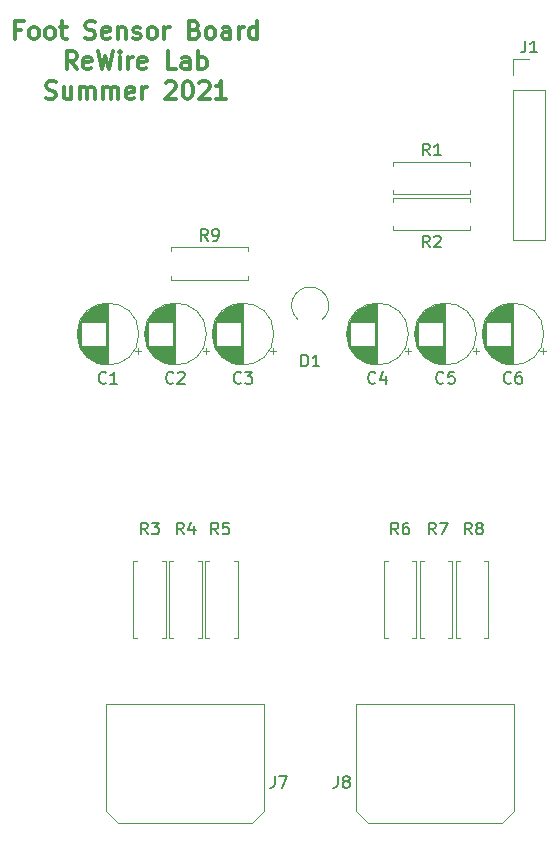
<source format=gbr>
%TF.GenerationSoftware,KiCad,Pcbnew,(5.1.10)-1*%
%TF.CreationDate,2021-09-10T15:59:41-05:00*%
%TF.ProjectId,ForceSensor,466f7263-6553-4656-9e73-6f722e6b6963,rev?*%
%TF.SameCoordinates,Original*%
%TF.FileFunction,Legend,Top*%
%TF.FilePolarity,Positive*%
%FSLAX46Y46*%
G04 Gerber Fmt 4.6, Leading zero omitted, Abs format (unit mm)*
G04 Created by KiCad (PCBNEW (5.1.10)-1) date 2021-09-10 15:59:41*
%MOMM*%
%LPD*%
G01*
G04 APERTURE LIST*
%ADD10C,0.300000*%
%ADD11C,0.120000*%
%ADD12C,0.150000*%
G04 APERTURE END LIST*
D10*
X212373000Y-44713857D02*
X211873000Y-44713857D01*
X211873000Y-45499571D02*
X211873000Y-43999571D01*
X212587285Y-43999571D01*
X213373000Y-45499571D02*
X213230142Y-45428142D01*
X213158714Y-45356714D01*
X213087285Y-45213857D01*
X213087285Y-44785285D01*
X213158714Y-44642428D01*
X213230142Y-44571000D01*
X213373000Y-44499571D01*
X213587285Y-44499571D01*
X213730142Y-44571000D01*
X213801571Y-44642428D01*
X213873000Y-44785285D01*
X213873000Y-45213857D01*
X213801571Y-45356714D01*
X213730142Y-45428142D01*
X213587285Y-45499571D01*
X213373000Y-45499571D01*
X214730142Y-45499571D02*
X214587285Y-45428142D01*
X214515857Y-45356714D01*
X214444428Y-45213857D01*
X214444428Y-44785285D01*
X214515857Y-44642428D01*
X214587285Y-44571000D01*
X214730142Y-44499571D01*
X214944428Y-44499571D01*
X215087285Y-44571000D01*
X215158714Y-44642428D01*
X215230142Y-44785285D01*
X215230142Y-45213857D01*
X215158714Y-45356714D01*
X215087285Y-45428142D01*
X214944428Y-45499571D01*
X214730142Y-45499571D01*
X215658714Y-44499571D02*
X216230142Y-44499571D01*
X215873000Y-43999571D02*
X215873000Y-45285285D01*
X215944428Y-45428142D01*
X216087285Y-45499571D01*
X216230142Y-45499571D01*
X217801571Y-45428142D02*
X218015857Y-45499571D01*
X218373000Y-45499571D01*
X218515857Y-45428142D01*
X218587285Y-45356714D01*
X218658714Y-45213857D01*
X218658714Y-45071000D01*
X218587285Y-44928142D01*
X218515857Y-44856714D01*
X218373000Y-44785285D01*
X218087285Y-44713857D01*
X217944428Y-44642428D01*
X217873000Y-44571000D01*
X217801571Y-44428142D01*
X217801571Y-44285285D01*
X217873000Y-44142428D01*
X217944428Y-44071000D01*
X218087285Y-43999571D01*
X218444428Y-43999571D01*
X218658714Y-44071000D01*
X219873000Y-45428142D02*
X219730142Y-45499571D01*
X219444428Y-45499571D01*
X219301571Y-45428142D01*
X219230142Y-45285285D01*
X219230142Y-44713857D01*
X219301571Y-44571000D01*
X219444428Y-44499571D01*
X219730142Y-44499571D01*
X219873000Y-44571000D01*
X219944428Y-44713857D01*
X219944428Y-44856714D01*
X219230142Y-44999571D01*
X220587285Y-44499571D02*
X220587285Y-45499571D01*
X220587285Y-44642428D02*
X220658714Y-44571000D01*
X220801571Y-44499571D01*
X221015857Y-44499571D01*
X221158714Y-44571000D01*
X221230142Y-44713857D01*
X221230142Y-45499571D01*
X221873000Y-45428142D02*
X222015857Y-45499571D01*
X222301571Y-45499571D01*
X222444428Y-45428142D01*
X222515857Y-45285285D01*
X222515857Y-45213857D01*
X222444428Y-45071000D01*
X222301571Y-44999571D01*
X222087285Y-44999571D01*
X221944428Y-44928142D01*
X221873000Y-44785285D01*
X221873000Y-44713857D01*
X221944428Y-44571000D01*
X222087285Y-44499571D01*
X222301571Y-44499571D01*
X222444428Y-44571000D01*
X223373000Y-45499571D02*
X223230142Y-45428142D01*
X223158714Y-45356714D01*
X223087285Y-45213857D01*
X223087285Y-44785285D01*
X223158714Y-44642428D01*
X223230142Y-44571000D01*
X223373000Y-44499571D01*
X223587285Y-44499571D01*
X223730142Y-44571000D01*
X223801571Y-44642428D01*
X223873000Y-44785285D01*
X223873000Y-45213857D01*
X223801571Y-45356714D01*
X223730142Y-45428142D01*
X223587285Y-45499571D01*
X223373000Y-45499571D01*
X224515857Y-45499571D02*
X224515857Y-44499571D01*
X224515857Y-44785285D02*
X224587285Y-44642428D01*
X224658714Y-44571000D01*
X224801571Y-44499571D01*
X224944428Y-44499571D01*
X227087285Y-44713857D02*
X227301571Y-44785285D01*
X227373000Y-44856714D01*
X227444428Y-44999571D01*
X227444428Y-45213857D01*
X227373000Y-45356714D01*
X227301571Y-45428142D01*
X227158714Y-45499571D01*
X226587285Y-45499571D01*
X226587285Y-43999571D01*
X227087285Y-43999571D01*
X227230142Y-44071000D01*
X227301571Y-44142428D01*
X227373000Y-44285285D01*
X227373000Y-44428142D01*
X227301571Y-44571000D01*
X227230142Y-44642428D01*
X227087285Y-44713857D01*
X226587285Y-44713857D01*
X228301571Y-45499571D02*
X228158714Y-45428142D01*
X228087285Y-45356714D01*
X228015857Y-45213857D01*
X228015857Y-44785285D01*
X228087285Y-44642428D01*
X228158714Y-44571000D01*
X228301571Y-44499571D01*
X228515857Y-44499571D01*
X228658714Y-44571000D01*
X228730142Y-44642428D01*
X228801571Y-44785285D01*
X228801571Y-45213857D01*
X228730142Y-45356714D01*
X228658714Y-45428142D01*
X228515857Y-45499571D01*
X228301571Y-45499571D01*
X230087285Y-45499571D02*
X230087285Y-44713857D01*
X230015857Y-44571000D01*
X229873000Y-44499571D01*
X229587285Y-44499571D01*
X229444428Y-44571000D01*
X230087285Y-45428142D02*
X229944428Y-45499571D01*
X229587285Y-45499571D01*
X229444428Y-45428142D01*
X229373000Y-45285285D01*
X229373000Y-45142428D01*
X229444428Y-44999571D01*
X229587285Y-44928142D01*
X229944428Y-44928142D01*
X230087285Y-44856714D01*
X230801571Y-45499571D02*
X230801571Y-44499571D01*
X230801571Y-44785285D02*
X230873000Y-44642428D01*
X230944428Y-44571000D01*
X231087285Y-44499571D01*
X231230142Y-44499571D01*
X232373000Y-45499571D02*
X232373000Y-43999571D01*
X232373000Y-45428142D02*
X232230142Y-45499571D01*
X231944428Y-45499571D01*
X231801571Y-45428142D01*
X231730142Y-45356714D01*
X231658714Y-45213857D01*
X231658714Y-44785285D01*
X231730142Y-44642428D01*
X231801571Y-44571000D01*
X231944428Y-44499571D01*
X232230142Y-44499571D01*
X232373000Y-44571000D01*
X217087285Y-48049571D02*
X216587285Y-47335285D01*
X216230142Y-48049571D02*
X216230142Y-46549571D01*
X216801571Y-46549571D01*
X216944428Y-46621000D01*
X217015857Y-46692428D01*
X217087285Y-46835285D01*
X217087285Y-47049571D01*
X217015857Y-47192428D01*
X216944428Y-47263857D01*
X216801571Y-47335285D01*
X216230142Y-47335285D01*
X218301571Y-47978142D02*
X218158714Y-48049571D01*
X217873000Y-48049571D01*
X217730142Y-47978142D01*
X217658714Y-47835285D01*
X217658714Y-47263857D01*
X217730142Y-47121000D01*
X217873000Y-47049571D01*
X218158714Y-47049571D01*
X218301571Y-47121000D01*
X218373000Y-47263857D01*
X218373000Y-47406714D01*
X217658714Y-47549571D01*
X218873000Y-46549571D02*
X219230142Y-48049571D01*
X219515857Y-46978142D01*
X219801571Y-48049571D01*
X220158714Y-46549571D01*
X220730142Y-48049571D02*
X220730142Y-47049571D01*
X220730142Y-46549571D02*
X220658714Y-46621000D01*
X220730142Y-46692428D01*
X220801571Y-46621000D01*
X220730142Y-46549571D01*
X220730142Y-46692428D01*
X221444428Y-48049571D02*
X221444428Y-47049571D01*
X221444428Y-47335285D02*
X221515857Y-47192428D01*
X221587285Y-47121000D01*
X221730142Y-47049571D01*
X221873000Y-47049571D01*
X222944428Y-47978142D02*
X222801571Y-48049571D01*
X222515857Y-48049571D01*
X222373000Y-47978142D01*
X222301571Y-47835285D01*
X222301571Y-47263857D01*
X222373000Y-47121000D01*
X222515857Y-47049571D01*
X222801571Y-47049571D01*
X222944428Y-47121000D01*
X223015857Y-47263857D01*
X223015857Y-47406714D01*
X222301571Y-47549571D01*
X225515857Y-48049571D02*
X224801571Y-48049571D01*
X224801571Y-46549571D01*
X226658714Y-48049571D02*
X226658714Y-47263857D01*
X226587285Y-47121000D01*
X226444428Y-47049571D01*
X226158714Y-47049571D01*
X226015857Y-47121000D01*
X226658714Y-47978142D02*
X226515857Y-48049571D01*
X226158714Y-48049571D01*
X226015857Y-47978142D01*
X225944428Y-47835285D01*
X225944428Y-47692428D01*
X226015857Y-47549571D01*
X226158714Y-47478142D01*
X226515857Y-47478142D01*
X226658714Y-47406714D01*
X227373000Y-48049571D02*
X227373000Y-46549571D01*
X227373000Y-47121000D02*
X227515857Y-47049571D01*
X227801571Y-47049571D01*
X227944428Y-47121000D01*
X228015857Y-47192428D01*
X228087285Y-47335285D01*
X228087285Y-47763857D01*
X228015857Y-47906714D01*
X227944428Y-47978142D01*
X227801571Y-48049571D01*
X227515857Y-48049571D01*
X227373000Y-47978142D01*
X214480142Y-50528142D02*
X214694428Y-50599571D01*
X215051571Y-50599571D01*
X215194428Y-50528142D01*
X215265857Y-50456714D01*
X215337285Y-50313857D01*
X215337285Y-50171000D01*
X215265857Y-50028142D01*
X215194428Y-49956714D01*
X215051571Y-49885285D01*
X214765857Y-49813857D01*
X214623000Y-49742428D01*
X214551571Y-49671000D01*
X214480142Y-49528142D01*
X214480142Y-49385285D01*
X214551571Y-49242428D01*
X214623000Y-49171000D01*
X214765857Y-49099571D01*
X215123000Y-49099571D01*
X215337285Y-49171000D01*
X216623000Y-49599571D02*
X216623000Y-50599571D01*
X215980142Y-49599571D02*
X215980142Y-50385285D01*
X216051571Y-50528142D01*
X216194428Y-50599571D01*
X216408714Y-50599571D01*
X216551571Y-50528142D01*
X216623000Y-50456714D01*
X217337285Y-50599571D02*
X217337285Y-49599571D01*
X217337285Y-49742428D02*
X217408714Y-49671000D01*
X217551571Y-49599571D01*
X217765857Y-49599571D01*
X217908714Y-49671000D01*
X217980142Y-49813857D01*
X217980142Y-50599571D01*
X217980142Y-49813857D02*
X218051571Y-49671000D01*
X218194428Y-49599571D01*
X218408714Y-49599571D01*
X218551571Y-49671000D01*
X218623000Y-49813857D01*
X218623000Y-50599571D01*
X219337285Y-50599571D02*
X219337285Y-49599571D01*
X219337285Y-49742428D02*
X219408714Y-49671000D01*
X219551571Y-49599571D01*
X219765857Y-49599571D01*
X219908714Y-49671000D01*
X219980142Y-49813857D01*
X219980142Y-50599571D01*
X219980142Y-49813857D02*
X220051571Y-49671000D01*
X220194428Y-49599571D01*
X220408714Y-49599571D01*
X220551571Y-49671000D01*
X220623000Y-49813857D01*
X220623000Y-50599571D01*
X221908714Y-50528142D02*
X221765857Y-50599571D01*
X221480142Y-50599571D01*
X221337285Y-50528142D01*
X221265857Y-50385285D01*
X221265857Y-49813857D01*
X221337285Y-49671000D01*
X221480142Y-49599571D01*
X221765857Y-49599571D01*
X221908714Y-49671000D01*
X221980142Y-49813857D01*
X221980142Y-49956714D01*
X221265857Y-50099571D01*
X222623000Y-50599571D02*
X222623000Y-49599571D01*
X222623000Y-49885285D02*
X222694428Y-49742428D01*
X222765857Y-49671000D01*
X222908714Y-49599571D01*
X223051571Y-49599571D01*
X224623000Y-49242428D02*
X224694428Y-49171000D01*
X224837285Y-49099571D01*
X225194428Y-49099571D01*
X225337285Y-49171000D01*
X225408714Y-49242428D01*
X225480142Y-49385285D01*
X225480142Y-49528142D01*
X225408714Y-49742428D01*
X224551571Y-50599571D01*
X225480142Y-50599571D01*
X226408714Y-49099571D02*
X226551571Y-49099571D01*
X226694428Y-49171000D01*
X226765857Y-49242428D01*
X226837285Y-49385285D01*
X226908714Y-49671000D01*
X226908714Y-50028142D01*
X226837285Y-50313857D01*
X226765857Y-50456714D01*
X226694428Y-50528142D01*
X226551571Y-50599571D01*
X226408714Y-50599571D01*
X226265857Y-50528142D01*
X226194428Y-50456714D01*
X226123000Y-50313857D01*
X226051571Y-50028142D01*
X226051571Y-49671000D01*
X226123000Y-49385285D01*
X226194428Y-49242428D01*
X226265857Y-49171000D01*
X226408714Y-49099571D01*
X227480142Y-49242428D02*
X227551571Y-49171000D01*
X227694428Y-49099571D01*
X228051571Y-49099571D01*
X228194428Y-49171000D01*
X228265857Y-49242428D01*
X228337285Y-49385285D01*
X228337285Y-49528142D01*
X228265857Y-49742428D01*
X227408714Y-50599571D01*
X228337285Y-50599571D01*
X229765857Y-50599571D02*
X228908714Y-50599571D01*
X229337285Y-50599571D02*
X229337285Y-49099571D01*
X229194428Y-49313857D01*
X229051571Y-49456714D01*
X228908714Y-49528142D01*
D11*
%TO.C,C1*%
X222284775Y-72210000D02*
X222284775Y-71710000D01*
X222534775Y-71960000D02*
X222034775Y-71960000D01*
X217129000Y-70769000D02*
X217129000Y-70201000D01*
X217169000Y-71003000D02*
X217169000Y-69967000D01*
X217209000Y-71162000D02*
X217209000Y-69808000D01*
X217249000Y-71290000D02*
X217249000Y-69680000D01*
X217289000Y-71400000D02*
X217289000Y-69570000D01*
X217329000Y-71496000D02*
X217329000Y-69474000D01*
X217369000Y-71583000D02*
X217369000Y-69387000D01*
X217409000Y-71663000D02*
X217409000Y-69307000D01*
X217449000Y-69445000D02*
X217449000Y-69234000D01*
X217449000Y-71736000D02*
X217449000Y-71525000D01*
X217489000Y-69445000D02*
X217489000Y-69166000D01*
X217489000Y-71804000D02*
X217489000Y-71525000D01*
X217529000Y-69445000D02*
X217529000Y-69102000D01*
X217529000Y-71868000D02*
X217529000Y-71525000D01*
X217569000Y-69445000D02*
X217569000Y-69042000D01*
X217569000Y-71928000D02*
X217569000Y-71525000D01*
X217609000Y-69445000D02*
X217609000Y-68985000D01*
X217609000Y-71985000D02*
X217609000Y-71525000D01*
X217649000Y-69445000D02*
X217649000Y-68931000D01*
X217649000Y-72039000D02*
X217649000Y-71525000D01*
X217689000Y-69445000D02*
X217689000Y-68880000D01*
X217689000Y-72090000D02*
X217689000Y-71525000D01*
X217729000Y-69445000D02*
X217729000Y-68832000D01*
X217729000Y-72138000D02*
X217729000Y-71525000D01*
X217769000Y-69445000D02*
X217769000Y-68786000D01*
X217769000Y-72184000D02*
X217769000Y-71525000D01*
X217809000Y-69445000D02*
X217809000Y-68742000D01*
X217809000Y-72228000D02*
X217809000Y-71525000D01*
X217849000Y-69445000D02*
X217849000Y-68700000D01*
X217849000Y-72270000D02*
X217849000Y-71525000D01*
X217889000Y-69445000D02*
X217889000Y-68659000D01*
X217889000Y-72311000D02*
X217889000Y-71525000D01*
X217929000Y-69445000D02*
X217929000Y-68621000D01*
X217929000Y-72349000D02*
X217929000Y-71525000D01*
X217969000Y-69445000D02*
X217969000Y-68584000D01*
X217969000Y-72386000D02*
X217969000Y-71525000D01*
X218009000Y-69445000D02*
X218009000Y-68548000D01*
X218009000Y-72422000D02*
X218009000Y-71525000D01*
X218049000Y-69445000D02*
X218049000Y-68514000D01*
X218049000Y-72456000D02*
X218049000Y-71525000D01*
X218089000Y-69445000D02*
X218089000Y-68481000D01*
X218089000Y-72489000D02*
X218089000Y-71525000D01*
X218129000Y-69445000D02*
X218129000Y-68450000D01*
X218129000Y-72520000D02*
X218129000Y-71525000D01*
X218169000Y-69445000D02*
X218169000Y-68420000D01*
X218169000Y-72550000D02*
X218169000Y-71525000D01*
X218209000Y-69445000D02*
X218209000Y-68390000D01*
X218209000Y-72580000D02*
X218209000Y-71525000D01*
X218249000Y-69445000D02*
X218249000Y-68363000D01*
X218249000Y-72607000D02*
X218249000Y-71525000D01*
X218289000Y-69445000D02*
X218289000Y-68336000D01*
X218289000Y-72634000D02*
X218289000Y-71525000D01*
X218329000Y-69445000D02*
X218329000Y-68310000D01*
X218329000Y-72660000D02*
X218329000Y-71525000D01*
X218369000Y-69445000D02*
X218369000Y-68285000D01*
X218369000Y-72685000D02*
X218369000Y-71525000D01*
X218409000Y-69445000D02*
X218409000Y-68261000D01*
X218409000Y-72709000D02*
X218409000Y-71525000D01*
X218449000Y-69445000D02*
X218449000Y-68238000D01*
X218449000Y-72732000D02*
X218449000Y-71525000D01*
X218489000Y-69445000D02*
X218489000Y-68217000D01*
X218489000Y-72753000D02*
X218489000Y-71525000D01*
X218529000Y-69445000D02*
X218529000Y-68195000D01*
X218529000Y-72775000D02*
X218529000Y-71525000D01*
X218569000Y-69445000D02*
X218569000Y-68175000D01*
X218569000Y-72795000D02*
X218569000Y-71525000D01*
X218609000Y-69445000D02*
X218609000Y-68156000D01*
X218609000Y-72814000D02*
X218609000Y-71525000D01*
X218649000Y-69445000D02*
X218649000Y-68137000D01*
X218649000Y-72833000D02*
X218649000Y-71525000D01*
X218689000Y-69445000D02*
X218689000Y-68120000D01*
X218689000Y-72850000D02*
X218689000Y-71525000D01*
X218729000Y-69445000D02*
X218729000Y-68103000D01*
X218729000Y-72867000D02*
X218729000Y-71525000D01*
X218769000Y-69445000D02*
X218769000Y-68087000D01*
X218769000Y-72883000D02*
X218769000Y-71525000D01*
X218809000Y-69445000D02*
X218809000Y-68071000D01*
X218809000Y-72899000D02*
X218809000Y-71525000D01*
X218849000Y-69445000D02*
X218849000Y-68057000D01*
X218849000Y-72913000D02*
X218849000Y-71525000D01*
X218889000Y-69445000D02*
X218889000Y-68043000D01*
X218889000Y-72927000D02*
X218889000Y-71525000D01*
X218929000Y-69445000D02*
X218929000Y-68030000D01*
X218929000Y-72940000D02*
X218929000Y-71525000D01*
X218969000Y-69445000D02*
X218969000Y-68017000D01*
X218969000Y-72953000D02*
X218969000Y-71525000D01*
X219009000Y-69445000D02*
X219009000Y-68005000D01*
X219009000Y-72965000D02*
X219009000Y-71525000D01*
X219050000Y-69445000D02*
X219050000Y-67994000D01*
X219050000Y-72976000D02*
X219050000Y-71525000D01*
X219090000Y-69445000D02*
X219090000Y-67984000D01*
X219090000Y-72986000D02*
X219090000Y-71525000D01*
X219130000Y-69445000D02*
X219130000Y-67974000D01*
X219130000Y-72996000D02*
X219130000Y-71525000D01*
X219170000Y-69445000D02*
X219170000Y-67965000D01*
X219170000Y-73005000D02*
X219170000Y-71525000D01*
X219210000Y-69445000D02*
X219210000Y-67957000D01*
X219210000Y-73013000D02*
X219210000Y-71525000D01*
X219250000Y-69445000D02*
X219250000Y-67949000D01*
X219250000Y-73021000D02*
X219250000Y-71525000D01*
X219290000Y-69445000D02*
X219290000Y-67942000D01*
X219290000Y-73028000D02*
X219290000Y-71525000D01*
X219330000Y-69445000D02*
X219330000Y-67935000D01*
X219330000Y-73035000D02*
X219330000Y-71525000D01*
X219370000Y-69445000D02*
X219370000Y-67929000D01*
X219370000Y-73041000D02*
X219370000Y-71525000D01*
X219410000Y-69445000D02*
X219410000Y-67924000D01*
X219410000Y-73046000D02*
X219410000Y-71525000D01*
X219450000Y-69445000D02*
X219450000Y-67920000D01*
X219450000Y-73050000D02*
X219450000Y-71525000D01*
X219490000Y-69445000D02*
X219490000Y-67916000D01*
X219490000Y-73054000D02*
X219490000Y-71525000D01*
X219530000Y-73058000D02*
X219530000Y-67912000D01*
X219570000Y-73061000D02*
X219570000Y-67909000D01*
X219610000Y-73063000D02*
X219610000Y-67907000D01*
X219650000Y-73064000D02*
X219650000Y-67906000D01*
X219690000Y-73065000D02*
X219690000Y-67905000D01*
X219730000Y-73065000D02*
X219730000Y-67905000D01*
X222350000Y-70485000D02*
G75*
G03*
X222350000Y-70485000I-2620000J0D01*
G01*
%TO.C,C2*%
X227999775Y-72210000D02*
X227999775Y-71710000D01*
X228249775Y-71960000D02*
X227749775Y-71960000D01*
X222844000Y-70769000D02*
X222844000Y-70201000D01*
X222884000Y-71003000D02*
X222884000Y-69967000D01*
X222924000Y-71162000D02*
X222924000Y-69808000D01*
X222964000Y-71290000D02*
X222964000Y-69680000D01*
X223004000Y-71400000D02*
X223004000Y-69570000D01*
X223044000Y-71496000D02*
X223044000Y-69474000D01*
X223084000Y-71583000D02*
X223084000Y-69387000D01*
X223124000Y-71663000D02*
X223124000Y-69307000D01*
X223164000Y-69445000D02*
X223164000Y-69234000D01*
X223164000Y-71736000D02*
X223164000Y-71525000D01*
X223204000Y-69445000D02*
X223204000Y-69166000D01*
X223204000Y-71804000D02*
X223204000Y-71525000D01*
X223244000Y-69445000D02*
X223244000Y-69102000D01*
X223244000Y-71868000D02*
X223244000Y-71525000D01*
X223284000Y-69445000D02*
X223284000Y-69042000D01*
X223284000Y-71928000D02*
X223284000Y-71525000D01*
X223324000Y-69445000D02*
X223324000Y-68985000D01*
X223324000Y-71985000D02*
X223324000Y-71525000D01*
X223364000Y-69445000D02*
X223364000Y-68931000D01*
X223364000Y-72039000D02*
X223364000Y-71525000D01*
X223404000Y-69445000D02*
X223404000Y-68880000D01*
X223404000Y-72090000D02*
X223404000Y-71525000D01*
X223444000Y-69445000D02*
X223444000Y-68832000D01*
X223444000Y-72138000D02*
X223444000Y-71525000D01*
X223484000Y-69445000D02*
X223484000Y-68786000D01*
X223484000Y-72184000D02*
X223484000Y-71525000D01*
X223524000Y-69445000D02*
X223524000Y-68742000D01*
X223524000Y-72228000D02*
X223524000Y-71525000D01*
X223564000Y-69445000D02*
X223564000Y-68700000D01*
X223564000Y-72270000D02*
X223564000Y-71525000D01*
X223604000Y-69445000D02*
X223604000Y-68659000D01*
X223604000Y-72311000D02*
X223604000Y-71525000D01*
X223644000Y-69445000D02*
X223644000Y-68621000D01*
X223644000Y-72349000D02*
X223644000Y-71525000D01*
X223684000Y-69445000D02*
X223684000Y-68584000D01*
X223684000Y-72386000D02*
X223684000Y-71525000D01*
X223724000Y-69445000D02*
X223724000Y-68548000D01*
X223724000Y-72422000D02*
X223724000Y-71525000D01*
X223764000Y-69445000D02*
X223764000Y-68514000D01*
X223764000Y-72456000D02*
X223764000Y-71525000D01*
X223804000Y-69445000D02*
X223804000Y-68481000D01*
X223804000Y-72489000D02*
X223804000Y-71525000D01*
X223844000Y-69445000D02*
X223844000Y-68450000D01*
X223844000Y-72520000D02*
X223844000Y-71525000D01*
X223884000Y-69445000D02*
X223884000Y-68420000D01*
X223884000Y-72550000D02*
X223884000Y-71525000D01*
X223924000Y-69445000D02*
X223924000Y-68390000D01*
X223924000Y-72580000D02*
X223924000Y-71525000D01*
X223964000Y-69445000D02*
X223964000Y-68363000D01*
X223964000Y-72607000D02*
X223964000Y-71525000D01*
X224004000Y-69445000D02*
X224004000Y-68336000D01*
X224004000Y-72634000D02*
X224004000Y-71525000D01*
X224044000Y-69445000D02*
X224044000Y-68310000D01*
X224044000Y-72660000D02*
X224044000Y-71525000D01*
X224084000Y-69445000D02*
X224084000Y-68285000D01*
X224084000Y-72685000D02*
X224084000Y-71525000D01*
X224124000Y-69445000D02*
X224124000Y-68261000D01*
X224124000Y-72709000D02*
X224124000Y-71525000D01*
X224164000Y-69445000D02*
X224164000Y-68238000D01*
X224164000Y-72732000D02*
X224164000Y-71525000D01*
X224204000Y-69445000D02*
X224204000Y-68217000D01*
X224204000Y-72753000D02*
X224204000Y-71525000D01*
X224244000Y-69445000D02*
X224244000Y-68195000D01*
X224244000Y-72775000D02*
X224244000Y-71525000D01*
X224284000Y-69445000D02*
X224284000Y-68175000D01*
X224284000Y-72795000D02*
X224284000Y-71525000D01*
X224324000Y-69445000D02*
X224324000Y-68156000D01*
X224324000Y-72814000D02*
X224324000Y-71525000D01*
X224364000Y-69445000D02*
X224364000Y-68137000D01*
X224364000Y-72833000D02*
X224364000Y-71525000D01*
X224404000Y-69445000D02*
X224404000Y-68120000D01*
X224404000Y-72850000D02*
X224404000Y-71525000D01*
X224444000Y-69445000D02*
X224444000Y-68103000D01*
X224444000Y-72867000D02*
X224444000Y-71525000D01*
X224484000Y-69445000D02*
X224484000Y-68087000D01*
X224484000Y-72883000D02*
X224484000Y-71525000D01*
X224524000Y-69445000D02*
X224524000Y-68071000D01*
X224524000Y-72899000D02*
X224524000Y-71525000D01*
X224564000Y-69445000D02*
X224564000Y-68057000D01*
X224564000Y-72913000D02*
X224564000Y-71525000D01*
X224604000Y-69445000D02*
X224604000Y-68043000D01*
X224604000Y-72927000D02*
X224604000Y-71525000D01*
X224644000Y-69445000D02*
X224644000Y-68030000D01*
X224644000Y-72940000D02*
X224644000Y-71525000D01*
X224684000Y-69445000D02*
X224684000Y-68017000D01*
X224684000Y-72953000D02*
X224684000Y-71525000D01*
X224724000Y-69445000D02*
X224724000Y-68005000D01*
X224724000Y-72965000D02*
X224724000Y-71525000D01*
X224765000Y-69445000D02*
X224765000Y-67994000D01*
X224765000Y-72976000D02*
X224765000Y-71525000D01*
X224805000Y-69445000D02*
X224805000Y-67984000D01*
X224805000Y-72986000D02*
X224805000Y-71525000D01*
X224845000Y-69445000D02*
X224845000Y-67974000D01*
X224845000Y-72996000D02*
X224845000Y-71525000D01*
X224885000Y-69445000D02*
X224885000Y-67965000D01*
X224885000Y-73005000D02*
X224885000Y-71525000D01*
X224925000Y-69445000D02*
X224925000Y-67957000D01*
X224925000Y-73013000D02*
X224925000Y-71525000D01*
X224965000Y-69445000D02*
X224965000Y-67949000D01*
X224965000Y-73021000D02*
X224965000Y-71525000D01*
X225005000Y-69445000D02*
X225005000Y-67942000D01*
X225005000Y-73028000D02*
X225005000Y-71525000D01*
X225045000Y-69445000D02*
X225045000Y-67935000D01*
X225045000Y-73035000D02*
X225045000Y-71525000D01*
X225085000Y-69445000D02*
X225085000Y-67929000D01*
X225085000Y-73041000D02*
X225085000Y-71525000D01*
X225125000Y-69445000D02*
X225125000Y-67924000D01*
X225125000Y-73046000D02*
X225125000Y-71525000D01*
X225165000Y-69445000D02*
X225165000Y-67920000D01*
X225165000Y-73050000D02*
X225165000Y-71525000D01*
X225205000Y-69445000D02*
X225205000Y-67916000D01*
X225205000Y-73054000D02*
X225205000Y-71525000D01*
X225245000Y-73058000D02*
X225245000Y-67912000D01*
X225285000Y-73061000D02*
X225285000Y-67909000D01*
X225325000Y-73063000D02*
X225325000Y-67907000D01*
X225365000Y-73064000D02*
X225365000Y-67906000D01*
X225405000Y-73065000D02*
X225405000Y-67905000D01*
X225445000Y-73065000D02*
X225445000Y-67905000D01*
X228065000Y-70485000D02*
G75*
G03*
X228065000Y-70485000I-2620000J0D01*
G01*
%TO.C,C3*%
X233780000Y-70485000D02*
G75*
G03*
X233780000Y-70485000I-2620000J0D01*
G01*
X231160000Y-73065000D02*
X231160000Y-67905000D01*
X231120000Y-73065000D02*
X231120000Y-67905000D01*
X231080000Y-73064000D02*
X231080000Y-67906000D01*
X231040000Y-73063000D02*
X231040000Y-67907000D01*
X231000000Y-73061000D02*
X231000000Y-67909000D01*
X230960000Y-73058000D02*
X230960000Y-67912000D01*
X230920000Y-73054000D02*
X230920000Y-71525000D01*
X230920000Y-69445000D02*
X230920000Y-67916000D01*
X230880000Y-73050000D02*
X230880000Y-71525000D01*
X230880000Y-69445000D02*
X230880000Y-67920000D01*
X230840000Y-73046000D02*
X230840000Y-71525000D01*
X230840000Y-69445000D02*
X230840000Y-67924000D01*
X230800000Y-73041000D02*
X230800000Y-71525000D01*
X230800000Y-69445000D02*
X230800000Y-67929000D01*
X230760000Y-73035000D02*
X230760000Y-71525000D01*
X230760000Y-69445000D02*
X230760000Y-67935000D01*
X230720000Y-73028000D02*
X230720000Y-71525000D01*
X230720000Y-69445000D02*
X230720000Y-67942000D01*
X230680000Y-73021000D02*
X230680000Y-71525000D01*
X230680000Y-69445000D02*
X230680000Y-67949000D01*
X230640000Y-73013000D02*
X230640000Y-71525000D01*
X230640000Y-69445000D02*
X230640000Y-67957000D01*
X230600000Y-73005000D02*
X230600000Y-71525000D01*
X230600000Y-69445000D02*
X230600000Y-67965000D01*
X230560000Y-72996000D02*
X230560000Y-71525000D01*
X230560000Y-69445000D02*
X230560000Y-67974000D01*
X230520000Y-72986000D02*
X230520000Y-71525000D01*
X230520000Y-69445000D02*
X230520000Y-67984000D01*
X230480000Y-72976000D02*
X230480000Y-71525000D01*
X230480000Y-69445000D02*
X230480000Y-67994000D01*
X230439000Y-72965000D02*
X230439000Y-71525000D01*
X230439000Y-69445000D02*
X230439000Y-68005000D01*
X230399000Y-72953000D02*
X230399000Y-71525000D01*
X230399000Y-69445000D02*
X230399000Y-68017000D01*
X230359000Y-72940000D02*
X230359000Y-71525000D01*
X230359000Y-69445000D02*
X230359000Y-68030000D01*
X230319000Y-72927000D02*
X230319000Y-71525000D01*
X230319000Y-69445000D02*
X230319000Y-68043000D01*
X230279000Y-72913000D02*
X230279000Y-71525000D01*
X230279000Y-69445000D02*
X230279000Y-68057000D01*
X230239000Y-72899000D02*
X230239000Y-71525000D01*
X230239000Y-69445000D02*
X230239000Y-68071000D01*
X230199000Y-72883000D02*
X230199000Y-71525000D01*
X230199000Y-69445000D02*
X230199000Y-68087000D01*
X230159000Y-72867000D02*
X230159000Y-71525000D01*
X230159000Y-69445000D02*
X230159000Y-68103000D01*
X230119000Y-72850000D02*
X230119000Y-71525000D01*
X230119000Y-69445000D02*
X230119000Y-68120000D01*
X230079000Y-72833000D02*
X230079000Y-71525000D01*
X230079000Y-69445000D02*
X230079000Y-68137000D01*
X230039000Y-72814000D02*
X230039000Y-71525000D01*
X230039000Y-69445000D02*
X230039000Y-68156000D01*
X229999000Y-72795000D02*
X229999000Y-71525000D01*
X229999000Y-69445000D02*
X229999000Y-68175000D01*
X229959000Y-72775000D02*
X229959000Y-71525000D01*
X229959000Y-69445000D02*
X229959000Y-68195000D01*
X229919000Y-72753000D02*
X229919000Y-71525000D01*
X229919000Y-69445000D02*
X229919000Y-68217000D01*
X229879000Y-72732000D02*
X229879000Y-71525000D01*
X229879000Y-69445000D02*
X229879000Y-68238000D01*
X229839000Y-72709000D02*
X229839000Y-71525000D01*
X229839000Y-69445000D02*
X229839000Y-68261000D01*
X229799000Y-72685000D02*
X229799000Y-71525000D01*
X229799000Y-69445000D02*
X229799000Y-68285000D01*
X229759000Y-72660000D02*
X229759000Y-71525000D01*
X229759000Y-69445000D02*
X229759000Y-68310000D01*
X229719000Y-72634000D02*
X229719000Y-71525000D01*
X229719000Y-69445000D02*
X229719000Y-68336000D01*
X229679000Y-72607000D02*
X229679000Y-71525000D01*
X229679000Y-69445000D02*
X229679000Y-68363000D01*
X229639000Y-72580000D02*
X229639000Y-71525000D01*
X229639000Y-69445000D02*
X229639000Y-68390000D01*
X229599000Y-72550000D02*
X229599000Y-71525000D01*
X229599000Y-69445000D02*
X229599000Y-68420000D01*
X229559000Y-72520000D02*
X229559000Y-71525000D01*
X229559000Y-69445000D02*
X229559000Y-68450000D01*
X229519000Y-72489000D02*
X229519000Y-71525000D01*
X229519000Y-69445000D02*
X229519000Y-68481000D01*
X229479000Y-72456000D02*
X229479000Y-71525000D01*
X229479000Y-69445000D02*
X229479000Y-68514000D01*
X229439000Y-72422000D02*
X229439000Y-71525000D01*
X229439000Y-69445000D02*
X229439000Y-68548000D01*
X229399000Y-72386000D02*
X229399000Y-71525000D01*
X229399000Y-69445000D02*
X229399000Y-68584000D01*
X229359000Y-72349000D02*
X229359000Y-71525000D01*
X229359000Y-69445000D02*
X229359000Y-68621000D01*
X229319000Y-72311000D02*
X229319000Y-71525000D01*
X229319000Y-69445000D02*
X229319000Y-68659000D01*
X229279000Y-72270000D02*
X229279000Y-71525000D01*
X229279000Y-69445000D02*
X229279000Y-68700000D01*
X229239000Y-72228000D02*
X229239000Y-71525000D01*
X229239000Y-69445000D02*
X229239000Y-68742000D01*
X229199000Y-72184000D02*
X229199000Y-71525000D01*
X229199000Y-69445000D02*
X229199000Y-68786000D01*
X229159000Y-72138000D02*
X229159000Y-71525000D01*
X229159000Y-69445000D02*
X229159000Y-68832000D01*
X229119000Y-72090000D02*
X229119000Y-71525000D01*
X229119000Y-69445000D02*
X229119000Y-68880000D01*
X229079000Y-72039000D02*
X229079000Y-71525000D01*
X229079000Y-69445000D02*
X229079000Y-68931000D01*
X229039000Y-71985000D02*
X229039000Y-71525000D01*
X229039000Y-69445000D02*
X229039000Y-68985000D01*
X228999000Y-71928000D02*
X228999000Y-71525000D01*
X228999000Y-69445000D02*
X228999000Y-69042000D01*
X228959000Y-71868000D02*
X228959000Y-71525000D01*
X228959000Y-69445000D02*
X228959000Y-69102000D01*
X228919000Y-71804000D02*
X228919000Y-71525000D01*
X228919000Y-69445000D02*
X228919000Y-69166000D01*
X228879000Y-71736000D02*
X228879000Y-71525000D01*
X228879000Y-69445000D02*
X228879000Y-69234000D01*
X228839000Y-71663000D02*
X228839000Y-69307000D01*
X228799000Y-71583000D02*
X228799000Y-69387000D01*
X228759000Y-71496000D02*
X228759000Y-69474000D01*
X228719000Y-71400000D02*
X228719000Y-69570000D01*
X228679000Y-71290000D02*
X228679000Y-69680000D01*
X228639000Y-71162000D02*
X228639000Y-69808000D01*
X228599000Y-71003000D02*
X228599000Y-69967000D01*
X228559000Y-70769000D02*
X228559000Y-70201000D01*
X233964775Y-71960000D02*
X233464775Y-71960000D01*
X233714775Y-72210000D02*
X233714775Y-71710000D01*
%TO.C,C4*%
X245170000Y-70485000D02*
G75*
G03*
X245170000Y-70485000I-2620000J0D01*
G01*
X242550000Y-73065000D02*
X242550000Y-67905000D01*
X242510000Y-73065000D02*
X242510000Y-67905000D01*
X242470000Y-73064000D02*
X242470000Y-67906000D01*
X242430000Y-73063000D02*
X242430000Y-67907000D01*
X242390000Y-73061000D02*
X242390000Y-67909000D01*
X242350000Y-73058000D02*
X242350000Y-67912000D01*
X242310000Y-73054000D02*
X242310000Y-71525000D01*
X242310000Y-69445000D02*
X242310000Y-67916000D01*
X242270000Y-73050000D02*
X242270000Y-71525000D01*
X242270000Y-69445000D02*
X242270000Y-67920000D01*
X242230000Y-73046000D02*
X242230000Y-71525000D01*
X242230000Y-69445000D02*
X242230000Y-67924000D01*
X242190000Y-73041000D02*
X242190000Y-71525000D01*
X242190000Y-69445000D02*
X242190000Y-67929000D01*
X242150000Y-73035000D02*
X242150000Y-71525000D01*
X242150000Y-69445000D02*
X242150000Y-67935000D01*
X242110000Y-73028000D02*
X242110000Y-71525000D01*
X242110000Y-69445000D02*
X242110000Y-67942000D01*
X242070000Y-73021000D02*
X242070000Y-71525000D01*
X242070000Y-69445000D02*
X242070000Y-67949000D01*
X242030000Y-73013000D02*
X242030000Y-71525000D01*
X242030000Y-69445000D02*
X242030000Y-67957000D01*
X241990000Y-73005000D02*
X241990000Y-71525000D01*
X241990000Y-69445000D02*
X241990000Y-67965000D01*
X241950000Y-72996000D02*
X241950000Y-71525000D01*
X241950000Y-69445000D02*
X241950000Y-67974000D01*
X241910000Y-72986000D02*
X241910000Y-71525000D01*
X241910000Y-69445000D02*
X241910000Y-67984000D01*
X241870000Y-72976000D02*
X241870000Y-71525000D01*
X241870000Y-69445000D02*
X241870000Y-67994000D01*
X241829000Y-72965000D02*
X241829000Y-71525000D01*
X241829000Y-69445000D02*
X241829000Y-68005000D01*
X241789000Y-72953000D02*
X241789000Y-71525000D01*
X241789000Y-69445000D02*
X241789000Y-68017000D01*
X241749000Y-72940000D02*
X241749000Y-71525000D01*
X241749000Y-69445000D02*
X241749000Y-68030000D01*
X241709000Y-72927000D02*
X241709000Y-71525000D01*
X241709000Y-69445000D02*
X241709000Y-68043000D01*
X241669000Y-72913000D02*
X241669000Y-71525000D01*
X241669000Y-69445000D02*
X241669000Y-68057000D01*
X241629000Y-72899000D02*
X241629000Y-71525000D01*
X241629000Y-69445000D02*
X241629000Y-68071000D01*
X241589000Y-72883000D02*
X241589000Y-71525000D01*
X241589000Y-69445000D02*
X241589000Y-68087000D01*
X241549000Y-72867000D02*
X241549000Y-71525000D01*
X241549000Y-69445000D02*
X241549000Y-68103000D01*
X241509000Y-72850000D02*
X241509000Y-71525000D01*
X241509000Y-69445000D02*
X241509000Y-68120000D01*
X241469000Y-72833000D02*
X241469000Y-71525000D01*
X241469000Y-69445000D02*
X241469000Y-68137000D01*
X241429000Y-72814000D02*
X241429000Y-71525000D01*
X241429000Y-69445000D02*
X241429000Y-68156000D01*
X241389000Y-72795000D02*
X241389000Y-71525000D01*
X241389000Y-69445000D02*
X241389000Y-68175000D01*
X241349000Y-72775000D02*
X241349000Y-71525000D01*
X241349000Y-69445000D02*
X241349000Y-68195000D01*
X241309000Y-72753000D02*
X241309000Y-71525000D01*
X241309000Y-69445000D02*
X241309000Y-68217000D01*
X241269000Y-72732000D02*
X241269000Y-71525000D01*
X241269000Y-69445000D02*
X241269000Y-68238000D01*
X241229000Y-72709000D02*
X241229000Y-71525000D01*
X241229000Y-69445000D02*
X241229000Y-68261000D01*
X241189000Y-72685000D02*
X241189000Y-71525000D01*
X241189000Y-69445000D02*
X241189000Y-68285000D01*
X241149000Y-72660000D02*
X241149000Y-71525000D01*
X241149000Y-69445000D02*
X241149000Y-68310000D01*
X241109000Y-72634000D02*
X241109000Y-71525000D01*
X241109000Y-69445000D02*
X241109000Y-68336000D01*
X241069000Y-72607000D02*
X241069000Y-71525000D01*
X241069000Y-69445000D02*
X241069000Y-68363000D01*
X241029000Y-72580000D02*
X241029000Y-71525000D01*
X241029000Y-69445000D02*
X241029000Y-68390000D01*
X240989000Y-72550000D02*
X240989000Y-71525000D01*
X240989000Y-69445000D02*
X240989000Y-68420000D01*
X240949000Y-72520000D02*
X240949000Y-71525000D01*
X240949000Y-69445000D02*
X240949000Y-68450000D01*
X240909000Y-72489000D02*
X240909000Y-71525000D01*
X240909000Y-69445000D02*
X240909000Y-68481000D01*
X240869000Y-72456000D02*
X240869000Y-71525000D01*
X240869000Y-69445000D02*
X240869000Y-68514000D01*
X240829000Y-72422000D02*
X240829000Y-71525000D01*
X240829000Y-69445000D02*
X240829000Y-68548000D01*
X240789000Y-72386000D02*
X240789000Y-71525000D01*
X240789000Y-69445000D02*
X240789000Y-68584000D01*
X240749000Y-72349000D02*
X240749000Y-71525000D01*
X240749000Y-69445000D02*
X240749000Y-68621000D01*
X240709000Y-72311000D02*
X240709000Y-71525000D01*
X240709000Y-69445000D02*
X240709000Y-68659000D01*
X240669000Y-72270000D02*
X240669000Y-71525000D01*
X240669000Y-69445000D02*
X240669000Y-68700000D01*
X240629000Y-72228000D02*
X240629000Y-71525000D01*
X240629000Y-69445000D02*
X240629000Y-68742000D01*
X240589000Y-72184000D02*
X240589000Y-71525000D01*
X240589000Y-69445000D02*
X240589000Y-68786000D01*
X240549000Y-72138000D02*
X240549000Y-71525000D01*
X240549000Y-69445000D02*
X240549000Y-68832000D01*
X240509000Y-72090000D02*
X240509000Y-71525000D01*
X240509000Y-69445000D02*
X240509000Y-68880000D01*
X240469000Y-72039000D02*
X240469000Y-71525000D01*
X240469000Y-69445000D02*
X240469000Y-68931000D01*
X240429000Y-71985000D02*
X240429000Y-71525000D01*
X240429000Y-69445000D02*
X240429000Y-68985000D01*
X240389000Y-71928000D02*
X240389000Y-71525000D01*
X240389000Y-69445000D02*
X240389000Y-69042000D01*
X240349000Y-71868000D02*
X240349000Y-71525000D01*
X240349000Y-69445000D02*
X240349000Y-69102000D01*
X240309000Y-71804000D02*
X240309000Y-71525000D01*
X240309000Y-69445000D02*
X240309000Y-69166000D01*
X240269000Y-71736000D02*
X240269000Y-71525000D01*
X240269000Y-69445000D02*
X240269000Y-69234000D01*
X240229000Y-71663000D02*
X240229000Y-69307000D01*
X240189000Y-71583000D02*
X240189000Y-69387000D01*
X240149000Y-71496000D02*
X240149000Y-69474000D01*
X240109000Y-71400000D02*
X240109000Y-69570000D01*
X240069000Y-71290000D02*
X240069000Y-69680000D01*
X240029000Y-71162000D02*
X240029000Y-69808000D01*
X239989000Y-71003000D02*
X239989000Y-69967000D01*
X239949000Y-70769000D02*
X239949000Y-70201000D01*
X245354775Y-71960000D02*
X244854775Y-71960000D01*
X245104775Y-72210000D02*
X245104775Y-71710000D01*
%TO.C,C5*%
X250859775Y-72210000D02*
X250859775Y-71710000D01*
X251109775Y-71960000D02*
X250609775Y-71960000D01*
X245704000Y-70769000D02*
X245704000Y-70201000D01*
X245744000Y-71003000D02*
X245744000Y-69967000D01*
X245784000Y-71162000D02*
X245784000Y-69808000D01*
X245824000Y-71290000D02*
X245824000Y-69680000D01*
X245864000Y-71400000D02*
X245864000Y-69570000D01*
X245904000Y-71496000D02*
X245904000Y-69474000D01*
X245944000Y-71583000D02*
X245944000Y-69387000D01*
X245984000Y-71663000D02*
X245984000Y-69307000D01*
X246024000Y-69445000D02*
X246024000Y-69234000D01*
X246024000Y-71736000D02*
X246024000Y-71525000D01*
X246064000Y-69445000D02*
X246064000Y-69166000D01*
X246064000Y-71804000D02*
X246064000Y-71525000D01*
X246104000Y-69445000D02*
X246104000Y-69102000D01*
X246104000Y-71868000D02*
X246104000Y-71525000D01*
X246144000Y-69445000D02*
X246144000Y-69042000D01*
X246144000Y-71928000D02*
X246144000Y-71525000D01*
X246184000Y-69445000D02*
X246184000Y-68985000D01*
X246184000Y-71985000D02*
X246184000Y-71525000D01*
X246224000Y-69445000D02*
X246224000Y-68931000D01*
X246224000Y-72039000D02*
X246224000Y-71525000D01*
X246264000Y-69445000D02*
X246264000Y-68880000D01*
X246264000Y-72090000D02*
X246264000Y-71525000D01*
X246304000Y-69445000D02*
X246304000Y-68832000D01*
X246304000Y-72138000D02*
X246304000Y-71525000D01*
X246344000Y-69445000D02*
X246344000Y-68786000D01*
X246344000Y-72184000D02*
X246344000Y-71525000D01*
X246384000Y-69445000D02*
X246384000Y-68742000D01*
X246384000Y-72228000D02*
X246384000Y-71525000D01*
X246424000Y-69445000D02*
X246424000Y-68700000D01*
X246424000Y-72270000D02*
X246424000Y-71525000D01*
X246464000Y-69445000D02*
X246464000Y-68659000D01*
X246464000Y-72311000D02*
X246464000Y-71525000D01*
X246504000Y-69445000D02*
X246504000Y-68621000D01*
X246504000Y-72349000D02*
X246504000Y-71525000D01*
X246544000Y-69445000D02*
X246544000Y-68584000D01*
X246544000Y-72386000D02*
X246544000Y-71525000D01*
X246584000Y-69445000D02*
X246584000Y-68548000D01*
X246584000Y-72422000D02*
X246584000Y-71525000D01*
X246624000Y-69445000D02*
X246624000Y-68514000D01*
X246624000Y-72456000D02*
X246624000Y-71525000D01*
X246664000Y-69445000D02*
X246664000Y-68481000D01*
X246664000Y-72489000D02*
X246664000Y-71525000D01*
X246704000Y-69445000D02*
X246704000Y-68450000D01*
X246704000Y-72520000D02*
X246704000Y-71525000D01*
X246744000Y-69445000D02*
X246744000Y-68420000D01*
X246744000Y-72550000D02*
X246744000Y-71525000D01*
X246784000Y-69445000D02*
X246784000Y-68390000D01*
X246784000Y-72580000D02*
X246784000Y-71525000D01*
X246824000Y-69445000D02*
X246824000Y-68363000D01*
X246824000Y-72607000D02*
X246824000Y-71525000D01*
X246864000Y-69445000D02*
X246864000Y-68336000D01*
X246864000Y-72634000D02*
X246864000Y-71525000D01*
X246904000Y-69445000D02*
X246904000Y-68310000D01*
X246904000Y-72660000D02*
X246904000Y-71525000D01*
X246944000Y-69445000D02*
X246944000Y-68285000D01*
X246944000Y-72685000D02*
X246944000Y-71525000D01*
X246984000Y-69445000D02*
X246984000Y-68261000D01*
X246984000Y-72709000D02*
X246984000Y-71525000D01*
X247024000Y-69445000D02*
X247024000Y-68238000D01*
X247024000Y-72732000D02*
X247024000Y-71525000D01*
X247064000Y-69445000D02*
X247064000Y-68217000D01*
X247064000Y-72753000D02*
X247064000Y-71525000D01*
X247104000Y-69445000D02*
X247104000Y-68195000D01*
X247104000Y-72775000D02*
X247104000Y-71525000D01*
X247144000Y-69445000D02*
X247144000Y-68175000D01*
X247144000Y-72795000D02*
X247144000Y-71525000D01*
X247184000Y-69445000D02*
X247184000Y-68156000D01*
X247184000Y-72814000D02*
X247184000Y-71525000D01*
X247224000Y-69445000D02*
X247224000Y-68137000D01*
X247224000Y-72833000D02*
X247224000Y-71525000D01*
X247264000Y-69445000D02*
X247264000Y-68120000D01*
X247264000Y-72850000D02*
X247264000Y-71525000D01*
X247304000Y-69445000D02*
X247304000Y-68103000D01*
X247304000Y-72867000D02*
X247304000Y-71525000D01*
X247344000Y-69445000D02*
X247344000Y-68087000D01*
X247344000Y-72883000D02*
X247344000Y-71525000D01*
X247384000Y-69445000D02*
X247384000Y-68071000D01*
X247384000Y-72899000D02*
X247384000Y-71525000D01*
X247424000Y-69445000D02*
X247424000Y-68057000D01*
X247424000Y-72913000D02*
X247424000Y-71525000D01*
X247464000Y-69445000D02*
X247464000Y-68043000D01*
X247464000Y-72927000D02*
X247464000Y-71525000D01*
X247504000Y-69445000D02*
X247504000Y-68030000D01*
X247504000Y-72940000D02*
X247504000Y-71525000D01*
X247544000Y-69445000D02*
X247544000Y-68017000D01*
X247544000Y-72953000D02*
X247544000Y-71525000D01*
X247584000Y-69445000D02*
X247584000Y-68005000D01*
X247584000Y-72965000D02*
X247584000Y-71525000D01*
X247625000Y-69445000D02*
X247625000Y-67994000D01*
X247625000Y-72976000D02*
X247625000Y-71525000D01*
X247665000Y-69445000D02*
X247665000Y-67984000D01*
X247665000Y-72986000D02*
X247665000Y-71525000D01*
X247705000Y-69445000D02*
X247705000Y-67974000D01*
X247705000Y-72996000D02*
X247705000Y-71525000D01*
X247745000Y-69445000D02*
X247745000Y-67965000D01*
X247745000Y-73005000D02*
X247745000Y-71525000D01*
X247785000Y-69445000D02*
X247785000Y-67957000D01*
X247785000Y-73013000D02*
X247785000Y-71525000D01*
X247825000Y-69445000D02*
X247825000Y-67949000D01*
X247825000Y-73021000D02*
X247825000Y-71525000D01*
X247865000Y-69445000D02*
X247865000Y-67942000D01*
X247865000Y-73028000D02*
X247865000Y-71525000D01*
X247905000Y-69445000D02*
X247905000Y-67935000D01*
X247905000Y-73035000D02*
X247905000Y-71525000D01*
X247945000Y-69445000D02*
X247945000Y-67929000D01*
X247945000Y-73041000D02*
X247945000Y-71525000D01*
X247985000Y-69445000D02*
X247985000Y-67924000D01*
X247985000Y-73046000D02*
X247985000Y-71525000D01*
X248025000Y-69445000D02*
X248025000Y-67920000D01*
X248025000Y-73050000D02*
X248025000Y-71525000D01*
X248065000Y-69445000D02*
X248065000Y-67916000D01*
X248065000Y-73054000D02*
X248065000Y-71525000D01*
X248105000Y-73058000D02*
X248105000Y-67912000D01*
X248145000Y-73061000D02*
X248145000Y-67909000D01*
X248185000Y-73063000D02*
X248185000Y-67907000D01*
X248225000Y-73064000D02*
X248225000Y-67906000D01*
X248265000Y-73065000D02*
X248265000Y-67905000D01*
X248305000Y-73065000D02*
X248305000Y-67905000D01*
X250925000Y-70485000D02*
G75*
G03*
X250925000Y-70485000I-2620000J0D01*
G01*
%TO.C,C6*%
X256640000Y-70485000D02*
G75*
G03*
X256640000Y-70485000I-2620000J0D01*
G01*
X254020000Y-73065000D02*
X254020000Y-67905000D01*
X253980000Y-73065000D02*
X253980000Y-67905000D01*
X253940000Y-73064000D02*
X253940000Y-67906000D01*
X253900000Y-73063000D02*
X253900000Y-67907000D01*
X253860000Y-73061000D02*
X253860000Y-67909000D01*
X253820000Y-73058000D02*
X253820000Y-67912000D01*
X253780000Y-73054000D02*
X253780000Y-71525000D01*
X253780000Y-69445000D02*
X253780000Y-67916000D01*
X253740000Y-73050000D02*
X253740000Y-71525000D01*
X253740000Y-69445000D02*
X253740000Y-67920000D01*
X253700000Y-73046000D02*
X253700000Y-71525000D01*
X253700000Y-69445000D02*
X253700000Y-67924000D01*
X253660000Y-73041000D02*
X253660000Y-71525000D01*
X253660000Y-69445000D02*
X253660000Y-67929000D01*
X253620000Y-73035000D02*
X253620000Y-71525000D01*
X253620000Y-69445000D02*
X253620000Y-67935000D01*
X253580000Y-73028000D02*
X253580000Y-71525000D01*
X253580000Y-69445000D02*
X253580000Y-67942000D01*
X253540000Y-73021000D02*
X253540000Y-71525000D01*
X253540000Y-69445000D02*
X253540000Y-67949000D01*
X253500000Y-73013000D02*
X253500000Y-71525000D01*
X253500000Y-69445000D02*
X253500000Y-67957000D01*
X253460000Y-73005000D02*
X253460000Y-71525000D01*
X253460000Y-69445000D02*
X253460000Y-67965000D01*
X253420000Y-72996000D02*
X253420000Y-71525000D01*
X253420000Y-69445000D02*
X253420000Y-67974000D01*
X253380000Y-72986000D02*
X253380000Y-71525000D01*
X253380000Y-69445000D02*
X253380000Y-67984000D01*
X253340000Y-72976000D02*
X253340000Y-71525000D01*
X253340000Y-69445000D02*
X253340000Y-67994000D01*
X253299000Y-72965000D02*
X253299000Y-71525000D01*
X253299000Y-69445000D02*
X253299000Y-68005000D01*
X253259000Y-72953000D02*
X253259000Y-71525000D01*
X253259000Y-69445000D02*
X253259000Y-68017000D01*
X253219000Y-72940000D02*
X253219000Y-71525000D01*
X253219000Y-69445000D02*
X253219000Y-68030000D01*
X253179000Y-72927000D02*
X253179000Y-71525000D01*
X253179000Y-69445000D02*
X253179000Y-68043000D01*
X253139000Y-72913000D02*
X253139000Y-71525000D01*
X253139000Y-69445000D02*
X253139000Y-68057000D01*
X253099000Y-72899000D02*
X253099000Y-71525000D01*
X253099000Y-69445000D02*
X253099000Y-68071000D01*
X253059000Y-72883000D02*
X253059000Y-71525000D01*
X253059000Y-69445000D02*
X253059000Y-68087000D01*
X253019000Y-72867000D02*
X253019000Y-71525000D01*
X253019000Y-69445000D02*
X253019000Y-68103000D01*
X252979000Y-72850000D02*
X252979000Y-71525000D01*
X252979000Y-69445000D02*
X252979000Y-68120000D01*
X252939000Y-72833000D02*
X252939000Y-71525000D01*
X252939000Y-69445000D02*
X252939000Y-68137000D01*
X252899000Y-72814000D02*
X252899000Y-71525000D01*
X252899000Y-69445000D02*
X252899000Y-68156000D01*
X252859000Y-72795000D02*
X252859000Y-71525000D01*
X252859000Y-69445000D02*
X252859000Y-68175000D01*
X252819000Y-72775000D02*
X252819000Y-71525000D01*
X252819000Y-69445000D02*
X252819000Y-68195000D01*
X252779000Y-72753000D02*
X252779000Y-71525000D01*
X252779000Y-69445000D02*
X252779000Y-68217000D01*
X252739000Y-72732000D02*
X252739000Y-71525000D01*
X252739000Y-69445000D02*
X252739000Y-68238000D01*
X252699000Y-72709000D02*
X252699000Y-71525000D01*
X252699000Y-69445000D02*
X252699000Y-68261000D01*
X252659000Y-72685000D02*
X252659000Y-71525000D01*
X252659000Y-69445000D02*
X252659000Y-68285000D01*
X252619000Y-72660000D02*
X252619000Y-71525000D01*
X252619000Y-69445000D02*
X252619000Y-68310000D01*
X252579000Y-72634000D02*
X252579000Y-71525000D01*
X252579000Y-69445000D02*
X252579000Y-68336000D01*
X252539000Y-72607000D02*
X252539000Y-71525000D01*
X252539000Y-69445000D02*
X252539000Y-68363000D01*
X252499000Y-72580000D02*
X252499000Y-71525000D01*
X252499000Y-69445000D02*
X252499000Y-68390000D01*
X252459000Y-72550000D02*
X252459000Y-71525000D01*
X252459000Y-69445000D02*
X252459000Y-68420000D01*
X252419000Y-72520000D02*
X252419000Y-71525000D01*
X252419000Y-69445000D02*
X252419000Y-68450000D01*
X252379000Y-72489000D02*
X252379000Y-71525000D01*
X252379000Y-69445000D02*
X252379000Y-68481000D01*
X252339000Y-72456000D02*
X252339000Y-71525000D01*
X252339000Y-69445000D02*
X252339000Y-68514000D01*
X252299000Y-72422000D02*
X252299000Y-71525000D01*
X252299000Y-69445000D02*
X252299000Y-68548000D01*
X252259000Y-72386000D02*
X252259000Y-71525000D01*
X252259000Y-69445000D02*
X252259000Y-68584000D01*
X252219000Y-72349000D02*
X252219000Y-71525000D01*
X252219000Y-69445000D02*
X252219000Y-68621000D01*
X252179000Y-72311000D02*
X252179000Y-71525000D01*
X252179000Y-69445000D02*
X252179000Y-68659000D01*
X252139000Y-72270000D02*
X252139000Y-71525000D01*
X252139000Y-69445000D02*
X252139000Y-68700000D01*
X252099000Y-72228000D02*
X252099000Y-71525000D01*
X252099000Y-69445000D02*
X252099000Y-68742000D01*
X252059000Y-72184000D02*
X252059000Y-71525000D01*
X252059000Y-69445000D02*
X252059000Y-68786000D01*
X252019000Y-72138000D02*
X252019000Y-71525000D01*
X252019000Y-69445000D02*
X252019000Y-68832000D01*
X251979000Y-72090000D02*
X251979000Y-71525000D01*
X251979000Y-69445000D02*
X251979000Y-68880000D01*
X251939000Y-72039000D02*
X251939000Y-71525000D01*
X251939000Y-69445000D02*
X251939000Y-68931000D01*
X251899000Y-71985000D02*
X251899000Y-71525000D01*
X251899000Y-69445000D02*
X251899000Y-68985000D01*
X251859000Y-71928000D02*
X251859000Y-71525000D01*
X251859000Y-69445000D02*
X251859000Y-69042000D01*
X251819000Y-71868000D02*
X251819000Y-71525000D01*
X251819000Y-69445000D02*
X251819000Y-69102000D01*
X251779000Y-71804000D02*
X251779000Y-71525000D01*
X251779000Y-69445000D02*
X251779000Y-69166000D01*
X251739000Y-71736000D02*
X251739000Y-71525000D01*
X251739000Y-69445000D02*
X251739000Y-69234000D01*
X251699000Y-71663000D02*
X251699000Y-69307000D01*
X251659000Y-71583000D02*
X251659000Y-69387000D01*
X251619000Y-71496000D02*
X251619000Y-69474000D01*
X251579000Y-71400000D02*
X251579000Y-69570000D01*
X251539000Y-71290000D02*
X251539000Y-69680000D01*
X251499000Y-71162000D02*
X251499000Y-69808000D01*
X251459000Y-71003000D02*
X251459000Y-69967000D01*
X251419000Y-70769000D02*
X251419000Y-70201000D01*
X256824775Y-71960000D02*
X256324775Y-71960000D01*
X256574775Y-72210000D02*
X256574775Y-71710000D01*
%TO.C,J7*%
X219550000Y-101770000D02*
X232920000Y-101770000D01*
X219550000Y-110900000D02*
X219550000Y-101770000D01*
X220550000Y-111900000D02*
X219550000Y-110900000D01*
X231920000Y-111900000D02*
X220550000Y-111900000D01*
X232920000Y-110900000D02*
X231920000Y-111900000D01*
X232920000Y-101770000D02*
X232920000Y-110900000D01*
%TO.C,J8*%
X254129000Y-101770000D02*
X254129000Y-110900000D01*
X254129000Y-110900000D02*
X253129000Y-111900000D01*
X253129000Y-111900000D02*
X241759000Y-111900000D01*
X241759000Y-111900000D02*
X240759000Y-110900000D01*
X240759000Y-110900000D02*
X240759000Y-101770000D01*
X240759000Y-101770000D02*
X254129000Y-101770000D01*
%TO.C,R1*%
X250412000Y-58647000D02*
X250412000Y-58317000D01*
X243872000Y-58647000D02*
X250412000Y-58647000D01*
X243872000Y-58317000D02*
X243872000Y-58647000D01*
X250412000Y-55907000D02*
X250412000Y-56237000D01*
X243872000Y-55907000D02*
X250412000Y-55907000D01*
X243872000Y-56237000D02*
X243872000Y-55907000D01*
%TO.C,R2*%
X250412000Y-61365000D02*
X250412000Y-61695000D01*
X250412000Y-61695000D02*
X243872000Y-61695000D01*
X243872000Y-61695000D02*
X243872000Y-61365000D01*
X250412000Y-59285000D02*
X250412000Y-58955000D01*
X250412000Y-58955000D02*
X243872000Y-58955000D01*
X243872000Y-58955000D02*
X243872000Y-59285000D01*
%TO.C,R3*%
X224636000Y-89694000D02*
X224306000Y-89694000D01*
X224636000Y-96234000D02*
X224636000Y-89694000D01*
X224306000Y-96234000D02*
X224636000Y-96234000D01*
X221896000Y-89694000D02*
X222226000Y-89694000D01*
X221896000Y-96234000D02*
X221896000Y-89694000D01*
X222226000Y-96234000D02*
X221896000Y-96234000D01*
%TO.C,R4*%
X225274000Y-96234000D02*
X224944000Y-96234000D01*
X224944000Y-96234000D02*
X224944000Y-89694000D01*
X224944000Y-89694000D02*
X225274000Y-89694000D01*
X227354000Y-96234000D02*
X227684000Y-96234000D01*
X227684000Y-96234000D02*
X227684000Y-89694000D01*
X227684000Y-89694000D02*
X227354000Y-89694000D01*
%TO.C,R5*%
X228322000Y-96234000D02*
X227992000Y-96234000D01*
X227992000Y-96234000D02*
X227992000Y-89694000D01*
X227992000Y-89694000D02*
X228322000Y-89694000D01*
X230402000Y-96234000D02*
X230732000Y-96234000D01*
X230732000Y-96234000D02*
X230732000Y-89694000D01*
X230732000Y-89694000D02*
X230402000Y-89694000D01*
%TO.C,R6*%
X245845000Y-89694000D02*
X245515000Y-89694000D01*
X245845000Y-96234000D02*
X245845000Y-89694000D01*
X245515000Y-96234000D02*
X245845000Y-96234000D01*
X243105000Y-89694000D02*
X243435000Y-89694000D01*
X243105000Y-96234000D02*
X243105000Y-89694000D01*
X243435000Y-96234000D02*
X243105000Y-96234000D01*
%TO.C,R7*%
X246483000Y-96234000D02*
X246153000Y-96234000D01*
X246153000Y-96234000D02*
X246153000Y-89694000D01*
X246153000Y-89694000D02*
X246483000Y-89694000D01*
X248563000Y-96234000D02*
X248893000Y-96234000D01*
X248893000Y-96234000D02*
X248893000Y-89694000D01*
X248893000Y-89694000D02*
X248563000Y-89694000D01*
%TO.C,R8*%
X251941000Y-89694000D02*
X251611000Y-89694000D01*
X251941000Y-96234000D02*
X251941000Y-89694000D01*
X251611000Y-96234000D02*
X251941000Y-96234000D01*
X249201000Y-89694000D02*
X249531000Y-89694000D01*
X249201000Y-96234000D02*
X249201000Y-89694000D01*
X249531000Y-96234000D02*
X249201000Y-96234000D01*
%TO.C,J1*%
X254067000Y-47184000D02*
X255397000Y-47184000D01*
X254067000Y-48514000D02*
X254067000Y-47184000D01*
X254067000Y-49784000D02*
X256727000Y-49784000D01*
X256727000Y-49784000D02*
X256727000Y-62544000D01*
X254067000Y-49784000D02*
X254067000Y-62544000D01*
X254067000Y-62544000D02*
X256727000Y-62544000D01*
%TO.C,R9*%
X231616000Y-65886000D02*
X231616000Y-65556000D01*
X225076000Y-65886000D02*
X231616000Y-65886000D01*
X225076000Y-65556000D02*
X225076000Y-65886000D01*
X231616000Y-63146000D02*
X231616000Y-63476000D01*
X225076000Y-63146000D02*
X231616000Y-63146000D01*
X225076000Y-63476000D02*
X225076000Y-63146000D01*
%TO.C,D1*%
X235787019Y-69223253D02*
G75*
G02*
X237855000Y-69282772I1067981J1151253D01*
G01*
%TO.C,C1*%
D12*
X219563333Y-74592142D02*
X219515714Y-74639761D01*
X219372857Y-74687380D01*
X219277619Y-74687380D01*
X219134761Y-74639761D01*
X219039523Y-74544523D01*
X218991904Y-74449285D01*
X218944285Y-74258809D01*
X218944285Y-74115952D01*
X218991904Y-73925476D01*
X219039523Y-73830238D01*
X219134761Y-73735000D01*
X219277619Y-73687380D01*
X219372857Y-73687380D01*
X219515714Y-73735000D01*
X219563333Y-73782619D01*
X220515714Y-74687380D02*
X219944285Y-74687380D01*
X220230000Y-74687380D02*
X220230000Y-73687380D01*
X220134761Y-73830238D01*
X220039523Y-73925476D01*
X219944285Y-73973095D01*
%TO.C,C2*%
X225278333Y-74592142D02*
X225230714Y-74639761D01*
X225087857Y-74687380D01*
X224992619Y-74687380D01*
X224849761Y-74639761D01*
X224754523Y-74544523D01*
X224706904Y-74449285D01*
X224659285Y-74258809D01*
X224659285Y-74115952D01*
X224706904Y-73925476D01*
X224754523Y-73830238D01*
X224849761Y-73735000D01*
X224992619Y-73687380D01*
X225087857Y-73687380D01*
X225230714Y-73735000D01*
X225278333Y-73782619D01*
X225659285Y-73782619D02*
X225706904Y-73735000D01*
X225802142Y-73687380D01*
X226040238Y-73687380D01*
X226135476Y-73735000D01*
X226183095Y-73782619D01*
X226230714Y-73877857D01*
X226230714Y-73973095D01*
X226183095Y-74115952D01*
X225611666Y-74687380D01*
X226230714Y-74687380D01*
%TO.C,C3*%
X230993333Y-74592142D02*
X230945714Y-74639761D01*
X230802857Y-74687380D01*
X230707619Y-74687380D01*
X230564761Y-74639761D01*
X230469523Y-74544523D01*
X230421904Y-74449285D01*
X230374285Y-74258809D01*
X230374285Y-74115952D01*
X230421904Y-73925476D01*
X230469523Y-73830238D01*
X230564761Y-73735000D01*
X230707619Y-73687380D01*
X230802857Y-73687380D01*
X230945714Y-73735000D01*
X230993333Y-73782619D01*
X231326666Y-73687380D02*
X231945714Y-73687380D01*
X231612380Y-74068333D01*
X231755238Y-74068333D01*
X231850476Y-74115952D01*
X231898095Y-74163571D01*
X231945714Y-74258809D01*
X231945714Y-74496904D01*
X231898095Y-74592142D01*
X231850476Y-74639761D01*
X231755238Y-74687380D01*
X231469523Y-74687380D01*
X231374285Y-74639761D01*
X231326666Y-74592142D01*
%TO.C,C4*%
X242383333Y-74592142D02*
X242335714Y-74639761D01*
X242192857Y-74687380D01*
X242097619Y-74687380D01*
X241954761Y-74639761D01*
X241859523Y-74544523D01*
X241811904Y-74449285D01*
X241764285Y-74258809D01*
X241764285Y-74115952D01*
X241811904Y-73925476D01*
X241859523Y-73830238D01*
X241954761Y-73735000D01*
X242097619Y-73687380D01*
X242192857Y-73687380D01*
X242335714Y-73735000D01*
X242383333Y-73782619D01*
X243240476Y-74020714D02*
X243240476Y-74687380D01*
X243002380Y-73639761D02*
X242764285Y-74354047D01*
X243383333Y-74354047D01*
%TO.C,C5*%
X248138333Y-74592142D02*
X248090714Y-74639761D01*
X247947857Y-74687380D01*
X247852619Y-74687380D01*
X247709761Y-74639761D01*
X247614523Y-74544523D01*
X247566904Y-74449285D01*
X247519285Y-74258809D01*
X247519285Y-74115952D01*
X247566904Y-73925476D01*
X247614523Y-73830238D01*
X247709761Y-73735000D01*
X247852619Y-73687380D01*
X247947857Y-73687380D01*
X248090714Y-73735000D01*
X248138333Y-73782619D01*
X249043095Y-73687380D02*
X248566904Y-73687380D01*
X248519285Y-74163571D01*
X248566904Y-74115952D01*
X248662142Y-74068333D01*
X248900238Y-74068333D01*
X248995476Y-74115952D01*
X249043095Y-74163571D01*
X249090714Y-74258809D01*
X249090714Y-74496904D01*
X249043095Y-74592142D01*
X248995476Y-74639761D01*
X248900238Y-74687380D01*
X248662142Y-74687380D01*
X248566904Y-74639761D01*
X248519285Y-74592142D01*
%TO.C,C6*%
X253853333Y-74592142D02*
X253805714Y-74639761D01*
X253662857Y-74687380D01*
X253567619Y-74687380D01*
X253424761Y-74639761D01*
X253329523Y-74544523D01*
X253281904Y-74449285D01*
X253234285Y-74258809D01*
X253234285Y-74115952D01*
X253281904Y-73925476D01*
X253329523Y-73830238D01*
X253424761Y-73735000D01*
X253567619Y-73687380D01*
X253662857Y-73687380D01*
X253805714Y-73735000D01*
X253853333Y-73782619D01*
X254710476Y-73687380D02*
X254520000Y-73687380D01*
X254424761Y-73735000D01*
X254377142Y-73782619D01*
X254281904Y-73925476D01*
X254234285Y-74115952D01*
X254234285Y-74496904D01*
X254281904Y-74592142D01*
X254329523Y-74639761D01*
X254424761Y-74687380D01*
X254615238Y-74687380D01*
X254710476Y-74639761D01*
X254758095Y-74592142D01*
X254805714Y-74496904D01*
X254805714Y-74258809D01*
X254758095Y-74163571D01*
X254710476Y-74115952D01*
X254615238Y-74068333D01*
X254424761Y-74068333D01*
X254329523Y-74115952D01*
X254281904Y-74163571D01*
X254234285Y-74258809D01*
%TO.C,J7*%
X233854666Y-107910380D02*
X233854666Y-108624666D01*
X233807047Y-108767523D01*
X233711809Y-108862761D01*
X233568952Y-108910380D01*
X233473714Y-108910380D01*
X234235619Y-107910380D02*
X234902285Y-107910380D01*
X234473714Y-108910380D01*
%TO.C,J8*%
X239188666Y-107910380D02*
X239188666Y-108624666D01*
X239141047Y-108767523D01*
X239045809Y-108862761D01*
X238902952Y-108910380D01*
X238807714Y-108910380D01*
X239807714Y-108338952D02*
X239712476Y-108291333D01*
X239664857Y-108243714D01*
X239617238Y-108148476D01*
X239617238Y-108100857D01*
X239664857Y-108005619D01*
X239712476Y-107958000D01*
X239807714Y-107910380D01*
X239998190Y-107910380D01*
X240093428Y-107958000D01*
X240141047Y-108005619D01*
X240188666Y-108100857D01*
X240188666Y-108148476D01*
X240141047Y-108243714D01*
X240093428Y-108291333D01*
X239998190Y-108338952D01*
X239807714Y-108338952D01*
X239712476Y-108386571D01*
X239664857Y-108434190D01*
X239617238Y-108529428D01*
X239617238Y-108719904D01*
X239664857Y-108815142D01*
X239712476Y-108862761D01*
X239807714Y-108910380D01*
X239998190Y-108910380D01*
X240093428Y-108862761D01*
X240141047Y-108815142D01*
X240188666Y-108719904D01*
X240188666Y-108529428D01*
X240141047Y-108434190D01*
X240093428Y-108386571D01*
X239998190Y-108338952D01*
%TO.C,R1*%
X246975333Y-55359380D02*
X246642000Y-54883190D01*
X246403904Y-55359380D02*
X246403904Y-54359380D01*
X246784857Y-54359380D01*
X246880095Y-54407000D01*
X246927714Y-54454619D01*
X246975333Y-54549857D01*
X246975333Y-54692714D01*
X246927714Y-54787952D01*
X246880095Y-54835571D01*
X246784857Y-54883190D01*
X246403904Y-54883190D01*
X247927714Y-55359380D02*
X247356285Y-55359380D01*
X247642000Y-55359380D02*
X247642000Y-54359380D01*
X247546761Y-54502238D01*
X247451523Y-54597476D01*
X247356285Y-54645095D01*
%TO.C,R2*%
X246975333Y-63147380D02*
X246642000Y-62671190D01*
X246403904Y-63147380D02*
X246403904Y-62147380D01*
X246784857Y-62147380D01*
X246880095Y-62195000D01*
X246927714Y-62242619D01*
X246975333Y-62337857D01*
X246975333Y-62480714D01*
X246927714Y-62575952D01*
X246880095Y-62623571D01*
X246784857Y-62671190D01*
X246403904Y-62671190D01*
X247356285Y-62242619D02*
X247403904Y-62195000D01*
X247499142Y-62147380D01*
X247737238Y-62147380D01*
X247832476Y-62195000D01*
X247880095Y-62242619D01*
X247927714Y-62337857D01*
X247927714Y-62433095D01*
X247880095Y-62575952D01*
X247308666Y-63147380D01*
X247927714Y-63147380D01*
%TO.C,R3*%
X223099333Y-87447380D02*
X222766000Y-86971190D01*
X222527904Y-87447380D02*
X222527904Y-86447380D01*
X222908857Y-86447380D01*
X223004095Y-86495000D01*
X223051714Y-86542619D01*
X223099333Y-86637857D01*
X223099333Y-86780714D01*
X223051714Y-86875952D01*
X223004095Y-86923571D01*
X222908857Y-86971190D01*
X222527904Y-86971190D01*
X223432666Y-86447380D02*
X224051714Y-86447380D01*
X223718380Y-86828333D01*
X223861238Y-86828333D01*
X223956476Y-86875952D01*
X224004095Y-86923571D01*
X224051714Y-87018809D01*
X224051714Y-87256904D01*
X224004095Y-87352142D01*
X223956476Y-87399761D01*
X223861238Y-87447380D01*
X223575523Y-87447380D01*
X223480285Y-87399761D01*
X223432666Y-87352142D01*
%TO.C,R4*%
X226147333Y-87447380D02*
X225814000Y-86971190D01*
X225575904Y-87447380D02*
X225575904Y-86447380D01*
X225956857Y-86447380D01*
X226052095Y-86495000D01*
X226099714Y-86542619D01*
X226147333Y-86637857D01*
X226147333Y-86780714D01*
X226099714Y-86875952D01*
X226052095Y-86923571D01*
X225956857Y-86971190D01*
X225575904Y-86971190D01*
X227004476Y-86780714D02*
X227004476Y-87447380D01*
X226766380Y-86399761D02*
X226528285Y-87114047D01*
X227147333Y-87114047D01*
%TO.C,R5*%
X229068333Y-87447380D02*
X228735000Y-86971190D01*
X228496904Y-87447380D02*
X228496904Y-86447380D01*
X228877857Y-86447380D01*
X228973095Y-86495000D01*
X229020714Y-86542619D01*
X229068333Y-86637857D01*
X229068333Y-86780714D01*
X229020714Y-86875952D01*
X228973095Y-86923571D01*
X228877857Y-86971190D01*
X228496904Y-86971190D01*
X229973095Y-86447380D02*
X229496904Y-86447380D01*
X229449285Y-86923571D01*
X229496904Y-86875952D01*
X229592142Y-86828333D01*
X229830238Y-86828333D01*
X229925476Y-86875952D01*
X229973095Y-86923571D01*
X230020714Y-87018809D01*
X230020714Y-87256904D01*
X229973095Y-87352142D01*
X229925476Y-87399761D01*
X229830238Y-87447380D01*
X229592142Y-87447380D01*
X229496904Y-87399761D01*
X229449285Y-87352142D01*
%TO.C,R6*%
X244308333Y-87447380D02*
X243975000Y-86971190D01*
X243736904Y-87447380D02*
X243736904Y-86447380D01*
X244117857Y-86447380D01*
X244213095Y-86495000D01*
X244260714Y-86542619D01*
X244308333Y-86637857D01*
X244308333Y-86780714D01*
X244260714Y-86875952D01*
X244213095Y-86923571D01*
X244117857Y-86971190D01*
X243736904Y-86971190D01*
X245165476Y-86447380D02*
X244975000Y-86447380D01*
X244879761Y-86495000D01*
X244832142Y-86542619D01*
X244736904Y-86685476D01*
X244689285Y-86875952D01*
X244689285Y-87256904D01*
X244736904Y-87352142D01*
X244784523Y-87399761D01*
X244879761Y-87447380D01*
X245070238Y-87447380D01*
X245165476Y-87399761D01*
X245213095Y-87352142D01*
X245260714Y-87256904D01*
X245260714Y-87018809D01*
X245213095Y-86923571D01*
X245165476Y-86875952D01*
X245070238Y-86828333D01*
X244879761Y-86828333D01*
X244784523Y-86875952D01*
X244736904Y-86923571D01*
X244689285Y-87018809D01*
%TO.C,R7*%
X247483333Y-87447380D02*
X247150000Y-86971190D01*
X246911904Y-87447380D02*
X246911904Y-86447380D01*
X247292857Y-86447380D01*
X247388095Y-86495000D01*
X247435714Y-86542619D01*
X247483333Y-86637857D01*
X247483333Y-86780714D01*
X247435714Y-86875952D01*
X247388095Y-86923571D01*
X247292857Y-86971190D01*
X246911904Y-86971190D01*
X247816666Y-86447380D02*
X248483333Y-86447380D01*
X248054761Y-87447380D01*
%TO.C,R8*%
X250531333Y-87447380D02*
X250198000Y-86971190D01*
X249959904Y-87447380D02*
X249959904Y-86447380D01*
X250340857Y-86447380D01*
X250436095Y-86495000D01*
X250483714Y-86542619D01*
X250531333Y-86637857D01*
X250531333Y-86780714D01*
X250483714Y-86875952D01*
X250436095Y-86923571D01*
X250340857Y-86971190D01*
X249959904Y-86971190D01*
X251102761Y-86875952D02*
X251007523Y-86828333D01*
X250959904Y-86780714D01*
X250912285Y-86685476D01*
X250912285Y-86637857D01*
X250959904Y-86542619D01*
X251007523Y-86495000D01*
X251102761Y-86447380D01*
X251293238Y-86447380D01*
X251388476Y-86495000D01*
X251436095Y-86542619D01*
X251483714Y-86637857D01*
X251483714Y-86685476D01*
X251436095Y-86780714D01*
X251388476Y-86828333D01*
X251293238Y-86875952D01*
X251102761Y-86875952D01*
X251007523Y-86923571D01*
X250959904Y-86971190D01*
X250912285Y-87066428D01*
X250912285Y-87256904D01*
X250959904Y-87352142D01*
X251007523Y-87399761D01*
X251102761Y-87447380D01*
X251293238Y-87447380D01*
X251388476Y-87399761D01*
X251436095Y-87352142D01*
X251483714Y-87256904D01*
X251483714Y-87066428D01*
X251436095Y-86971190D01*
X251388476Y-86923571D01*
X251293238Y-86875952D01*
%TO.C,J1*%
X255063666Y-45636380D02*
X255063666Y-46350666D01*
X255016047Y-46493523D01*
X254920809Y-46588761D01*
X254777952Y-46636380D01*
X254682714Y-46636380D01*
X256063666Y-46636380D02*
X255492238Y-46636380D01*
X255777952Y-46636380D02*
X255777952Y-45636380D01*
X255682714Y-45779238D01*
X255587476Y-45874476D01*
X255492238Y-45922095D01*
%TO.C,R9*%
X228179333Y-62598380D02*
X227846000Y-62122190D01*
X227607904Y-62598380D02*
X227607904Y-61598380D01*
X227988857Y-61598380D01*
X228084095Y-61646000D01*
X228131714Y-61693619D01*
X228179333Y-61788857D01*
X228179333Y-61931714D01*
X228131714Y-62026952D01*
X228084095Y-62074571D01*
X227988857Y-62122190D01*
X227607904Y-62122190D01*
X228655523Y-62598380D02*
X228846000Y-62598380D01*
X228941238Y-62550761D01*
X228988857Y-62503142D01*
X229084095Y-62360285D01*
X229131714Y-62169809D01*
X229131714Y-61788857D01*
X229084095Y-61693619D01*
X229036476Y-61646000D01*
X228941238Y-61598380D01*
X228750761Y-61598380D01*
X228655523Y-61646000D01*
X228607904Y-61693619D01*
X228560285Y-61788857D01*
X228560285Y-62026952D01*
X228607904Y-62122190D01*
X228655523Y-62169809D01*
X228750761Y-62217428D01*
X228941238Y-62217428D01*
X229036476Y-62169809D01*
X229084095Y-62122190D01*
X229131714Y-62026952D01*
%TO.C,D1*%
X236116904Y-73223380D02*
X236116904Y-72223380D01*
X236355000Y-72223380D01*
X236497857Y-72271000D01*
X236593095Y-72366238D01*
X236640714Y-72461476D01*
X236688333Y-72651952D01*
X236688333Y-72794809D01*
X236640714Y-72985285D01*
X236593095Y-73080523D01*
X236497857Y-73175761D01*
X236355000Y-73223380D01*
X236116904Y-73223380D01*
X237640714Y-73223380D02*
X237069285Y-73223380D01*
X237355000Y-73223380D02*
X237355000Y-72223380D01*
X237259761Y-72366238D01*
X237164523Y-72461476D01*
X237069285Y-72509095D01*
%TD*%
M02*

</source>
